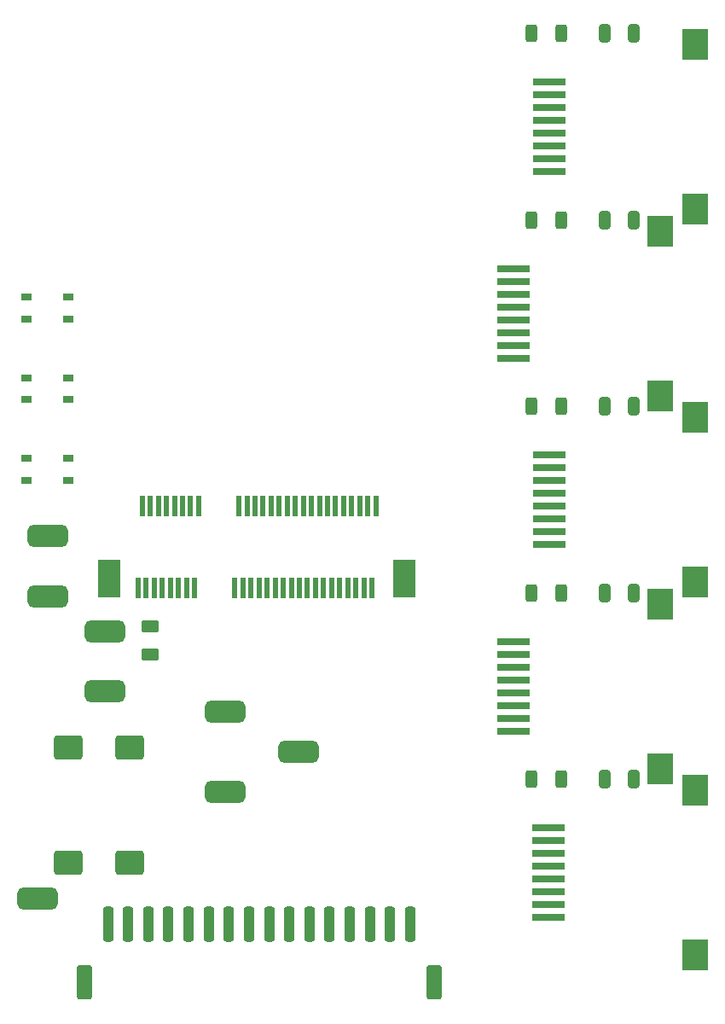
<source format=gbr>
%TF.GenerationSoftware,KiCad,Pcbnew,8.0.5*%
%TF.CreationDate,2024-09-15T13:15:32+02:00*%
%TF.ProjectId,megacard5_reference_design,6d656761-6361-4726-9435-5f7265666572,1.0*%
%TF.SameCoordinates,Original*%
%TF.FileFunction,Paste,Top*%
%TF.FilePolarity,Positive*%
%FSLAX46Y46*%
G04 Gerber Fmt 4.6, Leading zero omitted, Abs format (unit mm)*
G04 Created by KiCad (PCBNEW 8.0.5) date 2024-09-15 13:15:32*
%MOMM*%
%LPD*%
G01*
G04 APERTURE LIST*
G04 Aperture macros list*
%AMRoundRect*
0 Rectangle with rounded corners*
0 $1 Rounding radius*
0 $2 $3 $4 $5 $6 $7 $8 $9 X,Y pos of 4 corners*
0 Add a 4 corners polygon primitive as box body*
4,1,4,$2,$3,$4,$5,$6,$7,$8,$9,$2,$3,0*
0 Add four circle primitives for the rounded corners*
1,1,$1+$1,$2,$3*
1,1,$1+$1,$4,$5*
1,1,$1+$1,$6,$7*
1,1,$1+$1,$8,$9*
0 Add four rect primitives between the rounded corners*
20,1,$1+$1,$2,$3,$4,$5,0*
20,1,$1+$1,$4,$5,$6,$7,0*
20,1,$1+$1,$6,$7,$8,$9,0*
20,1,$1+$1,$8,$9,$2,$3,0*%
G04 Aperture macros list end*
%ADD10R,0.600000X2.000000*%
%ADD11R,2.300000X3.850000*%
%ADD12R,2.250000X3.850000*%
%ADD13RoundRect,0.550000X1.450000X0.550000X-1.450000X0.550000X-1.450000X-0.550000X1.450000X-0.550000X0*%
%ADD14RoundRect,0.250000X-0.250000X-1.500000X0.250000X-1.500000X0.250000X1.500000X-0.250000X1.500000X0*%
%ADD15RoundRect,0.250001X-0.499999X-1.449999X0.499999X-1.449999X0.499999X1.449999X-0.499999X1.449999X0*%
%ADD16RoundRect,0.250000X0.325000X0.650000X-0.325000X0.650000X-0.325000X-0.650000X0.325000X-0.650000X0*%
%ADD17RoundRect,0.250000X0.312500X0.625000X-0.312500X0.625000X-0.312500X-0.625000X0.312500X-0.625000X0*%
%ADD18R,3.180000X0.760000*%
%ADD19R,2.540000X3.120000*%
%ADD20RoundRect,0.250000X0.625000X-0.375000X0.625000X0.375000X-0.625000X0.375000X-0.625000X-0.375000X0*%
%ADD21R,1.050000X0.650000*%
%ADD22RoundRect,0.300000X-1.100000X0.900000X-1.100000X-0.900000X1.100000X-0.900000X1.100000X0.900000X0*%
G04 APERTURE END LIST*
D10*
%TO.C,J1*%
X73000000Y-88787500D03*
X73400000Y-80587500D03*
X73800000Y-88787500D03*
X74200000Y-80587500D03*
X74600000Y-88787500D03*
X75000000Y-80587500D03*
X75400000Y-88787500D03*
X75800000Y-80587500D03*
X76200000Y-88787500D03*
X76600000Y-80587500D03*
X77000000Y-88787500D03*
X77400000Y-80587500D03*
X77800000Y-88787500D03*
X78200000Y-80587500D03*
X78600000Y-88787500D03*
X79000000Y-80587500D03*
X82600000Y-88787500D03*
X83000000Y-80587500D03*
X83400000Y-88787500D03*
X83800000Y-80587500D03*
X84200000Y-88787500D03*
X84600000Y-80587500D03*
X85000000Y-88787500D03*
X85400000Y-80587500D03*
X85800000Y-88787500D03*
X86200000Y-80587500D03*
X86600000Y-88787500D03*
X87000000Y-80587500D03*
X87400000Y-88787500D03*
X87800000Y-80587500D03*
X88200000Y-88787500D03*
X88600000Y-80587500D03*
X89000000Y-88787500D03*
X89400000Y-80587500D03*
X89800000Y-88787500D03*
X90200000Y-80587500D03*
X90600000Y-88787500D03*
X91000000Y-80587500D03*
X91400000Y-88787500D03*
X91800000Y-80587500D03*
X92200000Y-88787500D03*
X92600000Y-80587500D03*
X93000000Y-88787500D03*
X93400000Y-80587500D03*
X93800000Y-88787500D03*
X94200000Y-80587500D03*
X94600000Y-88787500D03*
X95000000Y-80587500D03*
X95400000Y-88787500D03*
X95800000Y-80587500D03*
X96200000Y-88787500D03*
X96600000Y-80587500D03*
D11*
X70150000Y-87862500D03*
D12*
X99425000Y-87862500D03*
%TD*%
D13*
%TO.C,TP9*%
X64000000Y-89600000D03*
%TD*%
D14*
%TO.C,J9*%
X70000000Y-122150000D03*
X72000000Y-122150000D03*
X74000000Y-122150000D03*
X76000000Y-122150000D03*
X78000000Y-122150000D03*
X80000000Y-122150000D03*
X82000000Y-122150000D03*
X84000000Y-122150000D03*
X86000000Y-122150000D03*
X88000000Y-122150000D03*
X90000000Y-122150000D03*
X92000000Y-122150000D03*
X94000000Y-122150000D03*
X96000000Y-122150000D03*
X98000000Y-122150000D03*
X100000000Y-122150000D03*
D15*
X67650000Y-127900000D03*
X102350000Y-127900000D03*
%TD*%
D16*
%TO.C,C5*%
X122225000Y-52250000D03*
X119275000Y-52250000D03*
%TD*%
D17*
%TO.C,R3*%
X114962500Y-70750000D03*
X112037500Y-70750000D03*
%TD*%
D18*
%TO.C,J5*%
X113770000Y-84445000D03*
X113770000Y-83175000D03*
X113770000Y-81905000D03*
X113770000Y-80635000D03*
X113770000Y-79365000D03*
X113770000Y-78095000D03*
X113770000Y-76825000D03*
X113770000Y-75555000D03*
D19*
X128290000Y-71825000D03*
X128290000Y-88175000D03*
%TD*%
D20*
%TO.C,F1*%
X74200000Y-95400000D03*
X74200000Y-92600000D03*
%TD*%
D17*
%TO.C,R5*%
X114962500Y-52250000D03*
X112037500Y-52250000D03*
%TD*%
D13*
%TO.C,TP5*%
X88900000Y-105000000D03*
%TD*%
%TO.C,TP2*%
X69700000Y-93100000D03*
%TD*%
D21*
%TO.C,SW1*%
X66075000Y-70075000D03*
X61925000Y-70075000D03*
X66075000Y-67925000D03*
X61925000Y-67925000D03*
%TD*%
D22*
%TO.C,J2*%
X72125000Y-104600000D03*
X66025000Y-104600000D03*
X66025000Y-116000000D03*
X72125000Y-116000000D03*
%TD*%
D16*
%TO.C,C3*%
X122225000Y-70750000D03*
X119275000Y-70750000D03*
%TD*%
D18*
%TO.C,J6*%
X113770000Y-47445000D03*
X113770000Y-46175000D03*
X113770000Y-44905000D03*
X113770000Y-43635000D03*
X113770000Y-42365000D03*
X113770000Y-41095000D03*
X113770000Y-39825000D03*
X113770000Y-38555000D03*
D19*
X128290000Y-34825000D03*
X128290000Y-51175000D03*
%TD*%
D16*
%TO.C,C2*%
X122225000Y-89250000D03*
X119275000Y-89250000D03*
%TD*%
D18*
%TO.C,J3*%
X113750000Y-121445000D03*
X113750000Y-120175000D03*
X113750000Y-118905000D03*
X113750000Y-117635000D03*
X113750000Y-116365000D03*
X113750000Y-115095000D03*
X113750000Y-113825000D03*
X113750000Y-112555000D03*
D19*
X128270000Y-108825000D03*
X128270000Y-125175000D03*
%TD*%
D18*
%TO.C,J4*%
X110270000Y-102945000D03*
X110270000Y-101675000D03*
X110270000Y-100405000D03*
X110270000Y-99135000D03*
X110270000Y-97865000D03*
X110270000Y-96595000D03*
X110270000Y-95325000D03*
X110270000Y-94055000D03*
D19*
X124790000Y-90325000D03*
X124790000Y-106675000D03*
%TD*%
D16*
%TO.C,C1*%
X122225000Y-107750000D03*
X119275000Y-107750000D03*
%TD*%
D13*
%TO.C,TP1*%
X64000000Y-83600000D03*
%TD*%
D21*
%TO.C,SW3*%
X61925000Y-59925000D03*
X66075000Y-59925000D03*
X61925000Y-62075000D03*
X66075000Y-62075000D03*
%TD*%
D18*
%TO.C,J7*%
X110270000Y-65945000D03*
X110270000Y-64675000D03*
X110270000Y-63405000D03*
X110270000Y-62135000D03*
X110270000Y-60865000D03*
X110270000Y-59595000D03*
X110270000Y-58325000D03*
X110270000Y-57055000D03*
D19*
X124790000Y-53325000D03*
X124790000Y-69675000D03*
%TD*%
D16*
%TO.C,C4*%
X122225000Y-33750000D03*
X119275000Y-33750000D03*
%TD*%
D13*
%TO.C,TP7*%
X69700000Y-99000000D03*
%TD*%
D21*
%TO.C,SW2*%
X66075000Y-78075000D03*
X61925000Y-78075000D03*
X66075000Y-75925000D03*
X61925000Y-75925000D03*
%TD*%
D17*
%TO.C,R1*%
X114962500Y-107750000D03*
X112037500Y-107750000D03*
%TD*%
D13*
%TO.C,TP3*%
X81600000Y-109000000D03*
%TD*%
D17*
%TO.C,R4*%
X114962500Y-33750000D03*
X112037500Y-33750000D03*
%TD*%
D13*
%TO.C,TP4*%
X81600000Y-101000000D03*
%TD*%
%TO.C,TP6*%
X63000000Y-119600000D03*
%TD*%
D17*
%TO.C,R2*%
X114962500Y-89250000D03*
X112037500Y-89250000D03*
%TD*%
M02*

</source>
